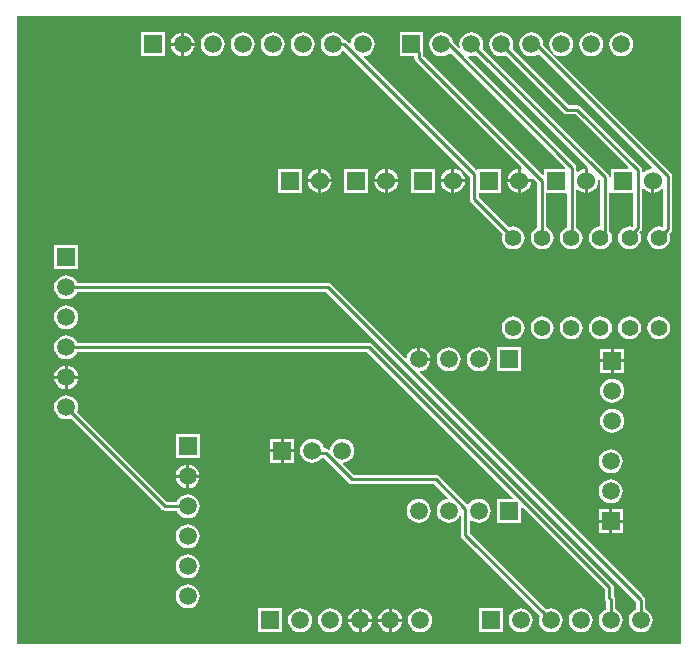
<source format=gbl>
G04*
G04 #@! TF.GenerationSoftware,Altium Limited,Altium Designer,19.1.6 (110)*
G04*
G04 Layer_Physical_Order=2*
G04 Layer_Color=16711680*
%FSLAX23Y23*%
%MOIN*%
G70*
G01*
G75*
%ADD10C,0.010*%
%ADD18C,0.060*%
%ADD19R,0.060X0.060*%
%ADD20R,0.059X0.059*%
%ADD21C,0.059*%
%ADD22R,0.059X0.059*%
%ADD23C,0.055*%
G36*
X3870Y2785D02*
X1655D01*
Y4880D01*
X3870D01*
Y2785D01*
D02*
G37*
%LPC*%
G36*
X2214Y4824D02*
Y4790D01*
X2248D01*
X2247Y4795D01*
X2243Y4805D01*
X2237Y4813D01*
X2229Y4820D01*
X2219Y4824D01*
X2214Y4824D01*
D02*
G37*
G36*
X2204D02*
X2198Y4824D01*
X2189Y4820D01*
X2181Y4813D01*
X2174Y4805D01*
X2170Y4795D01*
X2170Y4790D01*
X2204D01*
Y4824D01*
D02*
G37*
G36*
X2809Y4825D02*
X2798Y4824D01*
X2789Y4820D01*
X2781Y4813D01*
X2774Y4805D01*
X2770Y4795D01*
X2770Y4790D01*
X2764Y4788D01*
X2757Y4796D01*
X2752Y4799D01*
X2746Y4800D01*
X2745D01*
X2743Y4805D01*
X2737Y4813D01*
X2729Y4820D01*
X2719Y4824D01*
X2709Y4825D01*
X2698Y4824D01*
X2689Y4820D01*
X2681Y4813D01*
X2674Y4805D01*
X2670Y4795D01*
X2669Y4785D01*
X2670Y4775D01*
X2674Y4765D01*
X2681Y4757D01*
X2689Y4750D01*
X2698Y4746D01*
X2709Y4745D01*
X2719Y4746D01*
X2729Y4750D01*
X2737Y4757D01*
X2741Y4762D01*
X2747Y4762D01*
X3165Y4344D01*
Y4270D01*
X3166Y4264D01*
X3169Y4259D01*
X3275Y4153D01*
X3273Y4150D01*
X3272Y4140D01*
X3273Y4130D01*
X3277Y4121D01*
X3283Y4113D01*
X3291Y4107D01*
X3300Y4103D01*
X3310Y4102D01*
X3320Y4103D01*
X3329Y4107D01*
X3337Y4113D01*
X3343Y4121D01*
X3347Y4130D01*
X3348Y4140D01*
X3347Y4150D01*
X3343Y4159D01*
X3337Y4167D01*
X3329Y4173D01*
X3320Y4177D01*
X3310Y4178D01*
X3300Y4177D01*
X3297Y4175D01*
X3195Y4276D01*
Y4290D01*
X3271D01*
Y4370D01*
X3191D01*
Y4368D01*
X3186Y4366D01*
X2812Y4741D01*
X2814Y4746D01*
X2819Y4746D01*
X2829Y4750D01*
X2837Y4757D01*
X2843Y4765D01*
X2847Y4775D01*
X2849Y4785D01*
X2847Y4795D01*
X2843Y4805D01*
X2837Y4813D01*
X2829Y4820D01*
X2819Y4824D01*
X2809Y4825D01*
D02*
G37*
G36*
X2248Y4780D02*
X2214D01*
Y4746D01*
X2219Y4746D01*
X2229Y4750D01*
X2237Y4757D01*
X2243Y4765D01*
X2247Y4775D01*
X2248Y4780D01*
D02*
G37*
G36*
X2204D02*
X2170D01*
X2170Y4775D01*
X2174Y4765D01*
X2181Y4757D01*
X2189Y4750D01*
X2198Y4746D01*
X2204Y4746D01*
Y4780D01*
D02*
G37*
G36*
X2148Y4825D02*
X2069D01*
Y4745D01*
X2148D01*
Y4825D01*
D02*
G37*
G36*
X3671Y4825D02*
X3661Y4824D01*
X3651Y4820D01*
X3643Y4813D01*
X3637Y4805D01*
X3633Y4795D01*
X3631Y4785D01*
X3633Y4775D01*
X3637Y4765D01*
X3643Y4757D01*
X3651Y4750D01*
X3661Y4746D01*
X3671Y4745D01*
X3682Y4746D01*
X3691Y4750D01*
X3699Y4757D01*
X3706Y4765D01*
X3710Y4775D01*
X3711Y4785D01*
X3710Y4795D01*
X3706Y4805D01*
X3699Y4813D01*
X3691Y4820D01*
X3682Y4824D01*
X3671Y4825D01*
D02*
G37*
G36*
X3571D02*
X3561Y4824D01*
X3551Y4820D01*
X3543Y4813D01*
X3537Y4805D01*
X3533Y4795D01*
X3531Y4785D01*
X3533Y4775D01*
X3537Y4765D01*
X3543Y4757D01*
X3551Y4750D01*
X3561Y4746D01*
X3571Y4745D01*
X3582Y4746D01*
X3591Y4750D01*
X3599Y4757D01*
X3606Y4765D01*
X3610Y4775D01*
X3611Y4785D01*
X3610Y4795D01*
X3606Y4805D01*
X3599Y4813D01*
X3591Y4820D01*
X3582Y4824D01*
X3571Y4825D01*
D02*
G37*
G36*
X3471D02*
X3461Y4824D01*
X3451Y4820D01*
X3443Y4813D01*
X3437Y4805D01*
X3433Y4795D01*
X3431Y4785D01*
X3433Y4775D01*
X3437Y4765D01*
X3443Y4757D01*
X3451Y4750D01*
X3461Y4746D01*
X3471Y4745D01*
X3482Y4746D01*
X3491Y4750D01*
X3499Y4757D01*
X3506Y4765D01*
X3510Y4775D01*
X3511Y4785D01*
X3510Y4795D01*
X3506Y4805D01*
X3499Y4813D01*
X3491Y4820D01*
X3482Y4824D01*
X3471Y4825D01*
D02*
G37*
G36*
X2609D02*
X2598Y4824D01*
X2589Y4820D01*
X2581Y4813D01*
X2574Y4805D01*
X2570Y4795D01*
X2569Y4785D01*
X2570Y4775D01*
X2574Y4765D01*
X2581Y4757D01*
X2589Y4750D01*
X2598Y4746D01*
X2609Y4745D01*
X2619Y4746D01*
X2629Y4750D01*
X2637Y4757D01*
X2643Y4765D01*
X2647Y4775D01*
X2649Y4785D01*
X2647Y4795D01*
X2643Y4805D01*
X2637Y4813D01*
X2629Y4820D01*
X2619Y4824D01*
X2609Y4825D01*
D02*
G37*
G36*
X2509D02*
X2498Y4824D01*
X2489Y4820D01*
X2481Y4813D01*
X2474Y4805D01*
X2470Y4795D01*
X2469Y4785D01*
X2470Y4775D01*
X2474Y4765D01*
X2481Y4757D01*
X2489Y4750D01*
X2498Y4746D01*
X2509Y4745D01*
X2519Y4746D01*
X2529Y4750D01*
X2537Y4757D01*
X2543Y4765D01*
X2547Y4775D01*
X2549Y4785D01*
X2547Y4795D01*
X2543Y4805D01*
X2537Y4813D01*
X2529Y4820D01*
X2519Y4824D01*
X2509Y4825D01*
D02*
G37*
G36*
X2409D02*
X2398Y4824D01*
X2389Y4820D01*
X2381Y4813D01*
X2374Y4805D01*
X2370Y4795D01*
X2369Y4785D01*
X2370Y4775D01*
X2374Y4765D01*
X2381Y4757D01*
X2389Y4750D01*
X2398Y4746D01*
X2409Y4745D01*
X2419Y4746D01*
X2429Y4750D01*
X2437Y4757D01*
X2443Y4765D01*
X2447Y4775D01*
X2449Y4785D01*
X2447Y4795D01*
X2443Y4805D01*
X2437Y4813D01*
X2429Y4820D01*
X2419Y4824D01*
X2409Y4825D01*
D02*
G37*
G36*
X2309D02*
X2298Y4824D01*
X2289Y4820D01*
X2281Y4813D01*
X2274Y4805D01*
X2270Y4795D01*
X2269Y4785D01*
X2270Y4775D01*
X2274Y4765D01*
X2281Y4757D01*
X2289Y4750D01*
X2298Y4746D01*
X2309Y4745D01*
X2319Y4746D01*
X2329Y4750D01*
X2337Y4757D01*
X2343Y4765D01*
X2347Y4775D01*
X2349Y4785D01*
X2347Y4795D01*
X2343Y4805D01*
X2337Y4813D01*
X2329Y4820D01*
X2319Y4824D01*
X2309Y4825D01*
D02*
G37*
G36*
X3371D02*
X3361Y4824D01*
X3351Y4820D01*
X3343Y4813D01*
X3337Y4805D01*
X3333Y4795D01*
X3331Y4785D01*
X3333Y4775D01*
X3337Y4765D01*
X3343Y4757D01*
X3351Y4750D01*
X3361Y4746D01*
X3371Y4745D01*
X3382Y4746D01*
X3391Y4750D01*
X3395Y4753D01*
X3773Y4375D01*
X3771Y4370D01*
X3765Y4369D01*
X3755Y4365D01*
X3746Y4359D01*
X3745Y4357D01*
X3740Y4358D01*
Y4365D01*
X3739Y4371D01*
X3736Y4376D01*
X3535Y4577D01*
X3530Y4580D01*
X3524Y4581D01*
X3497D01*
X3308Y4770D01*
X3310Y4775D01*
X3311Y4785D01*
X3310Y4795D01*
X3306Y4805D01*
X3299Y4813D01*
X3291Y4820D01*
X3282Y4824D01*
X3271Y4825D01*
X3261Y4824D01*
X3251Y4820D01*
X3243Y4813D01*
X3237Y4805D01*
X3233Y4795D01*
X3231Y4785D01*
X3233Y4775D01*
X3237Y4765D01*
X3243Y4757D01*
X3251Y4750D01*
X3261Y4746D01*
X3271Y4745D01*
X3282Y4746D01*
X3286Y4748D01*
X3480Y4555D01*
X3484Y4552D01*
X3490Y4551D01*
X3518D01*
X3694Y4375D01*
X3692Y4370D01*
X3635D01*
Y4343D01*
X3630Y4343D01*
X3629Y4347D01*
X3626Y4352D01*
X3208Y4770D01*
X3210Y4775D01*
X3211Y4785D01*
X3210Y4795D01*
X3206Y4805D01*
X3199Y4813D01*
X3191Y4820D01*
X3182Y4824D01*
X3171Y4825D01*
X3161Y4824D01*
X3151Y4820D01*
X3143Y4813D01*
X3137Y4805D01*
X3133Y4795D01*
X3131Y4785D01*
X3133Y4776D01*
X3128Y4774D01*
X3110Y4791D01*
X3110Y4795D01*
X3106Y4805D01*
X3099Y4813D01*
X3091Y4820D01*
X3082Y4824D01*
X3071Y4825D01*
X3061Y4824D01*
X3051Y4820D01*
X3043Y4813D01*
X3037Y4805D01*
X3033Y4795D01*
X3031Y4785D01*
X3033Y4775D01*
X3037Y4765D01*
X3043Y4757D01*
X3051Y4750D01*
X3061Y4746D01*
X3071Y4745D01*
X3082Y4746D01*
X3091Y4750D01*
X3099Y4757D01*
X3101Y4757D01*
X3484Y4375D01*
X3482Y4370D01*
X3413D01*
Y4351D01*
X3408Y4349D01*
X3011Y4746D01*
Y4760D01*
X3011Y4762D01*
Y4825D01*
X2932D01*
Y4745D01*
X2980D01*
Y4740D01*
X2982Y4734D01*
X2985Y4729D01*
X3340Y4374D01*
X3337Y4369D01*
X3336Y4370D01*
Y4335D01*
X3371D01*
X3370Y4336D01*
X3375Y4339D01*
X3391Y4323D01*
Y4174D01*
X3388Y4173D01*
X3380Y4167D01*
X3374Y4159D01*
X3370Y4150D01*
X3369Y4140D01*
X3370Y4130D01*
X3374Y4121D01*
X3380Y4113D01*
X3388Y4107D01*
X3397Y4103D01*
X3407Y4102D01*
X3417Y4103D01*
X3426Y4107D01*
X3434Y4113D01*
X3440Y4121D01*
X3444Y4130D01*
X3445Y4140D01*
X3444Y4150D01*
X3440Y4159D01*
X3434Y4167D01*
X3426Y4173D01*
X3421Y4175D01*
Y4290D01*
X3487D01*
X3490Y4285D01*
X3490Y4283D01*
Y4175D01*
X3485Y4173D01*
X3477Y4167D01*
X3471Y4159D01*
X3467Y4150D01*
X3466Y4140D01*
X3467Y4130D01*
X3471Y4121D01*
X3477Y4113D01*
X3485Y4107D01*
X3494Y4103D01*
X3504Y4102D01*
X3514Y4103D01*
X3523Y4107D01*
X3531Y4113D01*
X3537Y4121D01*
X3541Y4130D01*
X3542Y4140D01*
X3541Y4150D01*
X3537Y4159D01*
X3531Y4167D01*
X3523Y4173D01*
X3520Y4174D01*
Y4279D01*
X3521Y4284D01*
Y4298D01*
X3526Y4300D01*
X3533Y4295D01*
X3543Y4291D01*
X3548Y4290D01*
Y4330D01*
Y4370D01*
X3543Y4369D01*
X3533Y4365D01*
X3526Y4360D01*
X3521Y4362D01*
Y4374D01*
X3520Y4380D01*
X3517Y4385D01*
X3160Y4742D01*
X3162Y4746D01*
X3171Y4745D01*
X3182Y4746D01*
X3186Y4748D01*
X3560Y4374D01*
X3558Y4370D01*
Y4330D01*
Y4290D01*
X3563Y4291D01*
X3573Y4295D01*
X3582Y4301D01*
X3588Y4310D01*
X3592Y4320D01*
X3593Y4330D01*
X3593Y4331D01*
X3598Y4334D01*
X3600Y4333D01*
Y4178D01*
X3591Y4177D01*
X3582Y4173D01*
X3574Y4167D01*
X3568Y4159D01*
X3564Y4150D01*
X3563Y4140D01*
X3564Y4130D01*
X3568Y4121D01*
X3574Y4113D01*
X3582Y4107D01*
X3591Y4103D01*
X3601Y4102D01*
X3611Y4103D01*
X3620Y4107D01*
X3628Y4113D01*
X3634Y4121D01*
X3638Y4130D01*
X3639Y4140D01*
X3638Y4150D01*
X3634Y4159D01*
X3630Y4164D01*
Y4289D01*
X3635Y4290D01*
X3635Y4290D01*
X3710D01*
Y4180D01*
X3706Y4177D01*
X3698Y4178D01*
X3688Y4177D01*
X3679Y4173D01*
X3671Y4167D01*
X3665Y4159D01*
X3661Y4150D01*
X3660Y4140D01*
X3661Y4130D01*
X3665Y4121D01*
X3671Y4113D01*
X3679Y4107D01*
X3688Y4103D01*
X3698Y4102D01*
X3708Y4103D01*
X3717Y4107D01*
X3725Y4113D01*
X3731Y4121D01*
X3735Y4130D01*
X3736Y4140D01*
X3735Y4150D01*
X3731Y4158D01*
X3736Y4162D01*
X3739Y4167D01*
X3740Y4173D01*
Y4302D01*
X3745Y4303D01*
X3746Y4301D01*
X3755Y4295D01*
X3765Y4291D01*
X3770Y4290D01*
Y4330D01*
X3780D01*
Y4290D01*
X3785Y4291D01*
X3795Y4295D01*
X3804Y4301D01*
X3805Y4303D01*
X3810Y4302D01*
Y4180D01*
X3805Y4177D01*
X3795Y4178D01*
X3785Y4177D01*
X3776Y4173D01*
X3768Y4167D01*
X3762Y4159D01*
X3758Y4150D01*
X3757Y4140D01*
X3758Y4130D01*
X3762Y4121D01*
X3768Y4113D01*
X3776Y4107D01*
X3785Y4103D01*
X3795Y4102D01*
X3805Y4103D01*
X3814Y4107D01*
X3822Y4113D01*
X3828Y4121D01*
X3832Y4130D01*
X3833Y4140D01*
X3832Y4150D01*
X3830Y4154D01*
X3836Y4159D01*
X3839Y4164D01*
X3840Y4170D01*
Y4345D01*
X3839Y4351D01*
X3836Y4356D01*
X3411Y4781D01*
X3411Y4785D01*
X3410Y4795D01*
X3406Y4805D01*
X3399Y4813D01*
X3391Y4820D01*
X3382Y4824D01*
X3371Y4825D01*
D02*
G37*
G36*
X3326Y4370D02*
X3321Y4369D01*
X3311Y4365D01*
X3302Y4359D01*
X3296Y4350D01*
X3292Y4340D01*
X3291Y4335D01*
X3326D01*
Y4370D01*
D02*
G37*
G36*
X3114D02*
Y4335D01*
X3149D01*
X3148Y4340D01*
X3144Y4350D01*
X3138Y4359D01*
X3129Y4365D01*
X3119Y4369D01*
X3114Y4370D01*
D02*
G37*
G36*
X3104D02*
X3099Y4369D01*
X3089Y4365D01*
X3080Y4359D01*
X3074Y4350D01*
X3070Y4340D01*
X3069Y4335D01*
X3104D01*
Y4370D01*
D02*
G37*
G36*
X2892D02*
Y4335D01*
X2927D01*
X2926Y4340D01*
X2922Y4350D01*
X2916Y4359D01*
X2907Y4365D01*
X2897Y4369D01*
X2892Y4370D01*
D02*
G37*
G36*
X2882D02*
X2877Y4369D01*
X2867Y4365D01*
X2858Y4359D01*
X2852Y4350D01*
X2848Y4340D01*
X2847Y4335D01*
X2882D01*
Y4370D01*
D02*
G37*
G36*
X2670D02*
Y4335D01*
X2705D01*
X2704Y4340D01*
X2700Y4350D01*
X2694Y4359D01*
X2685Y4365D01*
X2675Y4369D01*
X2670Y4370D01*
D02*
G37*
G36*
X2660D02*
X2655Y4369D01*
X2645Y4365D01*
X2636Y4359D01*
X2630Y4350D01*
X2626Y4340D01*
X2625Y4335D01*
X2660D01*
Y4370D01*
D02*
G37*
G36*
X3371Y4325D02*
X3336D01*
Y4290D01*
X3341Y4291D01*
X3351Y4295D01*
X3360Y4301D01*
X3366Y4310D01*
X3370Y4320D01*
X3371Y4325D01*
D02*
G37*
G36*
X3326D02*
X3291D01*
X3292Y4320D01*
X3296Y4310D01*
X3302Y4301D01*
X3311Y4295D01*
X3321Y4291D01*
X3326Y4290D01*
Y4325D01*
D02*
G37*
G36*
X3149D02*
X3114D01*
Y4290D01*
X3119Y4291D01*
X3129Y4295D01*
X3138Y4301D01*
X3144Y4310D01*
X3148Y4320D01*
X3149Y4325D01*
D02*
G37*
G36*
X3104D02*
X3069D01*
X3070Y4320D01*
X3074Y4310D01*
X3080Y4301D01*
X3089Y4295D01*
X3099Y4291D01*
X3104Y4290D01*
Y4325D01*
D02*
G37*
G36*
X2927D02*
X2892D01*
Y4290D01*
X2897Y4291D01*
X2907Y4295D01*
X2916Y4301D01*
X2922Y4310D01*
X2926Y4320D01*
X2927Y4325D01*
D02*
G37*
G36*
X2882D02*
X2847D01*
X2848Y4320D01*
X2852Y4310D01*
X2858Y4301D01*
X2867Y4295D01*
X2877Y4291D01*
X2882Y4290D01*
Y4325D01*
D02*
G37*
G36*
X2705D02*
X2670D01*
Y4290D01*
X2675Y4291D01*
X2685Y4295D01*
X2694Y4301D01*
X2700Y4310D01*
X2704Y4320D01*
X2705Y4325D01*
D02*
G37*
G36*
X2660D02*
X2625D01*
X2626Y4320D01*
X2630Y4310D01*
X2636Y4301D01*
X2645Y4295D01*
X2655Y4291D01*
X2660Y4290D01*
Y4325D01*
D02*
G37*
G36*
X3049Y4370D02*
X2969D01*
Y4290D01*
X3049D01*
Y4370D01*
D02*
G37*
G36*
X2827D02*
X2747D01*
Y4290D01*
X2827D01*
Y4370D01*
D02*
G37*
G36*
X2605D02*
X2525D01*
Y4290D01*
X2605D01*
Y4370D01*
D02*
G37*
G36*
X1860Y4115D02*
X1780D01*
Y4035D01*
X1860D01*
Y4115D01*
D02*
G37*
G36*
X1820Y3915D02*
X1810Y3914D01*
X1800Y3910D01*
X1792Y3903D01*
X1785Y3895D01*
X1781Y3885D01*
X1780Y3875D01*
X1781Y3865D01*
X1785Y3855D01*
X1792Y3847D01*
X1800Y3840D01*
X1810Y3836D01*
X1820Y3835D01*
X1830Y3836D01*
X1840Y3840D01*
X1848Y3847D01*
X1855Y3855D01*
X1859Y3865D01*
X1860Y3875D01*
X1859Y3885D01*
X1855Y3895D01*
X1848Y3903D01*
X1840Y3910D01*
X1830Y3914D01*
X1820Y3915D01*
D02*
G37*
G36*
X3795Y3878D02*
X3785Y3877D01*
X3776Y3873D01*
X3768Y3867D01*
X3762Y3859D01*
X3758Y3850D01*
X3757Y3840D01*
X3758Y3830D01*
X3762Y3821D01*
X3768Y3813D01*
X3776Y3807D01*
X3785Y3803D01*
X3795Y3802D01*
X3805Y3803D01*
X3814Y3807D01*
X3822Y3813D01*
X3828Y3821D01*
X3832Y3830D01*
X3833Y3840D01*
X3832Y3850D01*
X3828Y3859D01*
X3822Y3867D01*
X3814Y3873D01*
X3805Y3877D01*
X3795Y3878D01*
D02*
G37*
G36*
X3698D02*
X3688Y3877D01*
X3679Y3873D01*
X3671Y3867D01*
X3665Y3859D01*
X3661Y3850D01*
X3660Y3840D01*
X3661Y3830D01*
X3665Y3821D01*
X3671Y3813D01*
X3679Y3807D01*
X3688Y3803D01*
X3698Y3802D01*
X3708Y3803D01*
X3717Y3807D01*
X3725Y3813D01*
X3731Y3821D01*
X3735Y3830D01*
X3736Y3840D01*
X3735Y3850D01*
X3731Y3859D01*
X3725Y3867D01*
X3717Y3873D01*
X3708Y3877D01*
X3698Y3878D01*
D02*
G37*
G36*
X3601D02*
X3591Y3877D01*
X3582Y3873D01*
X3574Y3867D01*
X3568Y3859D01*
X3564Y3850D01*
X3563Y3840D01*
X3564Y3830D01*
X3568Y3821D01*
X3574Y3813D01*
X3582Y3807D01*
X3591Y3803D01*
X3601Y3802D01*
X3611Y3803D01*
X3620Y3807D01*
X3628Y3813D01*
X3634Y3821D01*
X3638Y3830D01*
X3639Y3840D01*
X3638Y3850D01*
X3634Y3859D01*
X3628Y3867D01*
X3620Y3873D01*
X3611Y3877D01*
X3601Y3878D01*
D02*
G37*
G36*
X3504D02*
X3494Y3877D01*
X3485Y3873D01*
X3477Y3867D01*
X3471Y3859D01*
X3467Y3850D01*
X3466Y3840D01*
X3467Y3830D01*
X3471Y3821D01*
X3477Y3813D01*
X3485Y3807D01*
X3494Y3803D01*
X3504Y3802D01*
X3514Y3803D01*
X3523Y3807D01*
X3531Y3813D01*
X3537Y3821D01*
X3541Y3830D01*
X3542Y3840D01*
X3541Y3850D01*
X3537Y3859D01*
X3531Y3867D01*
X3523Y3873D01*
X3514Y3877D01*
X3504Y3878D01*
D02*
G37*
G36*
X3407D02*
X3397Y3877D01*
X3388Y3873D01*
X3380Y3867D01*
X3374Y3859D01*
X3370Y3850D01*
X3369Y3840D01*
X3370Y3830D01*
X3374Y3821D01*
X3380Y3813D01*
X3388Y3807D01*
X3397Y3803D01*
X3407Y3802D01*
X3417Y3803D01*
X3426Y3807D01*
X3434Y3813D01*
X3440Y3821D01*
X3444Y3830D01*
X3445Y3840D01*
X3444Y3850D01*
X3440Y3859D01*
X3434Y3867D01*
X3426Y3873D01*
X3417Y3877D01*
X3407Y3878D01*
D02*
G37*
G36*
X3310D02*
X3300Y3877D01*
X3291Y3873D01*
X3283Y3867D01*
X3277Y3859D01*
X3273Y3850D01*
X3272Y3840D01*
X3273Y3830D01*
X3277Y3821D01*
X3283Y3813D01*
X3291Y3807D01*
X3300Y3803D01*
X3310Y3802D01*
X3320Y3803D01*
X3329Y3807D01*
X3337Y3813D01*
X3343Y3821D01*
X3347Y3830D01*
X3348Y3840D01*
X3347Y3850D01*
X3343Y3859D01*
X3337Y3867D01*
X3329Y3873D01*
X3320Y3877D01*
X3310Y3878D01*
D02*
G37*
G36*
X3000Y3774D02*
Y3740D01*
X3034D01*
X3034Y3745D01*
X3030Y3755D01*
X3023Y3763D01*
X3015Y3770D01*
X3005Y3774D01*
X3000Y3774D01*
D02*
G37*
G36*
X3680Y3770D02*
X3645D01*
Y3735D01*
X3680D01*
Y3770D01*
D02*
G37*
G36*
X3635D02*
X3600D01*
Y3735D01*
X3635D01*
Y3770D01*
D02*
G37*
G36*
X3335Y3775D02*
X3255D01*
Y3695D01*
X3335D01*
Y3775D01*
D02*
G37*
G36*
X3195Y3775D02*
X3185Y3774D01*
X3175Y3770D01*
X3167Y3763D01*
X3160Y3755D01*
X3156Y3745D01*
X3155Y3735D01*
X3156Y3725D01*
X3160Y3715D01*
X3167Y3707D01*
X3175Y3700D01*
X3185Y3696D01*
X3195Y3695D01*
X3205Y3696D01*
X3215Y3700D01*
X3223Y3707D01*
X3230Y3715D01*
X3234Y3725D01*
X3235Y3735D01*
X3234Y3745D01*
X3230Y3755D01*
X3223Y3763D01*
X3215Y3770D01*
X3205Y3774D01*
X3195Y3775D01*
D02*
G37*
G36*
X3095D02*
X3085Y3774D01*
X3075Y3770D01*
X3067Y3763D01*
X3060Y3755D01*
X3056Y3745D01*
X3055Y3735D01*
X3056Y3725D01*
X3060Y3715D01*
X3067Y3707D01*
X3075Y3700D01*
X3085Y3696D01*
X3095Y3695D01*
X3105Y3696D01*
X3115Y3700D01*
X3123Y3707D01*
X3130Y3715D01*
X3134Y3725D01*
X3135Y3735D01*
X3134Y3745D01*
X3130Y3755D01*
X3123Y3763D01*
X3115Y3770D01*
X3105Y3774D01*
X3095Y3775D01*
D02*
G37*
G36*
X3680Y3725D02*
X3645D01*
Y3690D01*
X3680D01*
Y3725D01*
D02*
G37*
G36*
X3635D02*
X3600D01*
Y3690D01*
X3635D01*
Y3725D01*
D02*
G37*
G36*
X1825Y3714D02*
Y3680D01*
X1859D01*
X1859Y3685D01*
X1855Y3695D01*
X1848Y3703D01*
X1840Y3710D01*
X1830Y3714D01*
X1825Y3714D01*
D02*
G37*
G36*
X1815D02*
X1810Y3714D01*
X1800Y3710D01*
X1792Y3703D01*
X1785Y3695D01*
X1781Y3685D01*
X1781Y3680D01*
X1815D01*
Y3714D01*
D02*
G37*
G36*
X1859Y3670D02*
X1825D01*
Y3636D01*
X1830Y3636D01*
X1840Y3640D01*
X1848Y3647D01*
X1855Y3655D01*
X1859Y3665D01*
X1859Y3670D01*
D02*
G37*
G36*
X1815D02*
X1781D01*
X1781Y3665D01*
X1785Y3655D01*
X1792Y3647D01*
X1800Y3640D01*
X1810Y3636D01*
X1815Y3636D01*
Y3670D01*
D02*
G37*
G36*
X3640Y3670D02*
X3630Y3669D01*
X3620Y3665D01*
X3612Y3658D01*
X3605Y3650D01*
X3601Y3640D01*
X3600Y3630D01*
X3601Y3620D01*
X3605Y3610D01*
X3612Y3602D01*
X3620Y3595D01*
X3630Y3591D01*
X3640Y3590D01*
X3650Y3591D01*
X3660Y3595D01*
X3668Y3602D01*
X3675Y3610D01*
X3679Y3620D01*
X3680Y3630D01*
X3679Y3640D01*
X3675Y3650D01*
X3668Y3658D01*
X3660Y3665D01*
X3650Y3669D01*
X3640Y3670D01*
D02*
G37*
G36*
Y3570D02*
X3630Y3569D01*
X3620Y3565D01*
X3612Y3558D01*
X3605Y3550D01*
X3601Y3540D01*
X3600Y3530D01*
X3601Y3520D01*
X3605Y3510D01*
X3612Y3502D01*
X3620Y3495D01*
X3630Y3491D01*
X3640Y3490D01*
X3650Y3491D01*
X3660Y3495D01*
X3668Y3502D01*
X3675Y3510D01*
X3679Y3520D01*
X3680Y3530D01*
X3679Y3540D01*
X3675Y3550D01*
X3668Y3558D01*
X3660Y3565D01*
X3650Y3569D01*
X3640Y3570D01*
D02*
G37*
G36*
X2580Y3470D02*
X2545D01*
Y3435D01*
X2580D01*
Y3470D01*
D02*
G37*
G36*
X2535D02*
X2500D01*
Y3435D01*
X2535D01*
Y3470D01*
D02*
G37*
G36*
X2740Y3470D02*
X2730Y3469D01*
X2720Y3465D01*
X2712Y3458D01*
X2705Y3450D01*
X2701Y3440D01*
X2701Y3435D01*
X2696Y3433D01*
X2695Y3433D01*
X2690Y3437D01*
X2685Y3438D01*
X2679D01*
X2679Y3440D01*
X2675Y3450D01*
X2668Y3458D01*
X2660Y3465D01*
X2650Y3469D01*
X2640Y3470D01*
X2630Y3469D01*
X2620Y3465D01*
X2612Y3458D01*
X2605Y3450D01*
X2601Y3440D01*
X2600Y3430D01*
X2601Y3420D01*
X2605Y3410D01*
X2612Y3402D01*
X2620Y3395D01*
X2630Y3391D01*
X2640Y3390D01*
X2650Y3391D01*
X2660Y3395D01*
X2668Y3402D01*
X2672Y3407D01*
X2678D01*
X2762Y3324D01*
X2767Y3320D01*
X2773Y3319D01*
X3047D01*
X3092Y3274D01*
X3090Y3269D01*
X3085Y3269D01*
X3075Y3265D01*
X3067Y3258D01*
X3060Y3250D01*
X3056Y3240D01*
X3055Y3230D01*
X3056Y3220D01*
X3060Y3210D01*
X3067Y3202D01*
X3075Y3195D01*
X3085Y3191D01*
X3095Y3190D01*
X3105Y3191D01*
X3115Y3195D01*
X3123Y3202D01*
X3130Y3210D01*
X3130Y3212D01*
X3135Y3211D01*
Y3150D01*
X3136Y3144D01*
X3140Y3139D01*
X3398Y2880D01*
X3396Y2875D01*
X3395Y2865D01*
X3396Y2855D01*
X3400Y2845D01*
X3407Y2837D01*
X3415Y2830D01*
X3425Y2826D01*
X3435Y2825D01*
X3445Y2826D01*
X3455Y2830D01*
X3463Y2837D01*
X3470Y2845D01*
X3474Y2855D01*
X3475Y2865D01*
X3474Y2875D01*
X3470Y2885D01*
X3463Y2893D01*
X3455Y2900D01*
X3445Y2904D01*
X3435Y2905D01*
X3425Y2904D01*
X3420Y2902D01*
X3166Y3156D01*
Y3196D01*
X3171Y3199D01*
X3175Y3195D01*
X3185Y3191D01*
X3195Y3190D01*
X3205Y3191D01*
X3215Y3195D01*
X3223Y3202D01*
X3230Y3210D01*
X3234Y3220D01*
X3235Y3230D01*
X3234Y3240D01*
X3230Y3250D01*
X3223Y3258D01*
X3215Y3265D01*
X3205Y3269D01*
X3195Y3270D01*
X3185Y3269D01*
X3175Y3265D01*
X3167Y3258D01*
X3163Y3253D01*
X3157Y3253D01*
X3064Y3345D01*
X3059Y3349D01*
X3053Y3350D01*
X2779D01*
X2743Y3386D01*
X2745Y3391D01*
X2750Y3391D01*
X2760Y3395D01*
X2768Y3402D01*
X2775Y3410D01*
X2779Y3420D01*
X2780Y3430D01*
X2779Y3440D01*
X2775Y3450D01*
X2768Y3458D01*
X2760Y3465D01*
X2750Y3469D01*
X2740Y3470D01*
D02*
G37*
G36*
X2265Y3485D02*
X2185D01*
Y3405D01*
X2265D01*
Y3485D01*
D02*
G37*
G36*
X2580Y3425D02*
X2545D01*
Y3390D01*
X2580D01*
Y3425D01*
D02*
G37*
G36*
X2535D02*
X2500D01*
Y3390D01*
X2535D01*
Y3425D01*
D02*
G37*
G36*
X3635Y3435D02*
X3625Y3434D01*
X3615Y3430D01*
X3607Y3423D01*
X3600Y3415D01*
X3596Y3405D01*
X3595Y3395D01*
X3596Y3385D01*
X3600Y3375D01*
X3607Y3367D01*
X3615Y3360D01*
X3625Y3356D01*
X3635Y3355D01*
X3645Y3356D01*
X3655Y3360D01*
X3663Y3367D01*
X3670Y3375D01*
X3674Y3385D01*
X3675Y3395D01*
X3674Y3405D01*
X3670Y3415D01*
X3663Y3423D01*
X3655Y3430D01*
X3645Y3434D01*
X3635Y3435D01*
D02*
G37*
G36*
X2230Y3384D02*
Y3350D01*
X2264D01*
X2264Y3355D01*
X2260Y3365D01*
X2253Y3373D01*
X2245Y3380D01*
X2235Y3384D01*
X2230Y3384D01*
D02*
G37*
G36*
X2220D02*
X2215Y3384D01*
X2205Y3380D01*
X2197Y3373D01*
X2190Y3365D01*
X2186Y3355D01*
X2186Y3350D01*
X2220D01*
Y3384D01*
D02*
G37*
G36*
X2264Y3340D02*
X2230D01*
Y3306D01*
X2235Y3306D01*
X2245Y3310D01*
X2253Y3317D01*
X2260Y3325D01*
X2264Y3335D01*
X2264Y3340D01*
D02*
G37*
G36*
X2220D02*
X2186D01*
X2186Y3335D01*
X2190Y3325D01*
X2197Y3317D01*
X2205Y3310D01*
X2215Y3306D01*
X2220Y3306D01*
Y3340D01*
D02*
G37*
G36*
X3635Y3335D02*
X3625Y3334D01*
X3615Y3330D01*
X3607Y3323D01*
X3600Y3315D01*
X3596Y3305D01*
X3595Y3295D01*
X3596Y3285D01*
X3600Y3275D01*
X3607Y3267D01*
X3615Y3260D01*
X3625Y3256D01*
X3635Y3255D01*
X3645Y3256D01*
X3655Y3260D01*
X3663Y3267D01*
X3670Y3275D01*
X3674Y3285D01*
X3675Y3295D01*
X3674Y3305D01*
X3670Y3315D01*
X3663Y3323D01*
X3655Y3330D01*
X3645Y3334D01*
X3635Y3335D01*
D02*
G37*
G36*
X1820Y3615D02*
X1810Y3614D01*
X1800Y3610D01*
X1792Y3603D01*
X1785Y3595D01*
X1781Y3585D01*
X1780Y3575D01*
X1781Y3565D01*
X1785Y3555D01*
X1792Y3547D01*
X1800Y3540D01*
X1810Y3536D01*
X1820Y3535D01*
X1830Y3536D01*
X1835Y3538D01*
X2139Y3234D01*
X2144Y3231D01*
X2150Y3230D01*
X2189D01*
X2190Y3225D01*
X2197Y3217D01*
X2205Y3210D01*
X2215Y3206D01*
X2225Y3205D01*
X2235Y3206D01*
X2245Y3210D01*
X2253Y3217D01*
X2260Y3225D01*
X2264Y3235D01*
X2265Y3245D01*
X2264Y3255D01*
X2260Y3265D01*
X2253Y3273D01*
X2245Y3280D01*
X2235Y3284D01*
X2225Y3285D01*
X2215Y3284D01*
X2205Y3280D01*
X2197Y3273D01*
X2190Y3265D01*
X2189Y3260D01*
X2156D01*
X1857Y3560D01*
X1859Y3565D01*
X1860Y3575D01*
X1859Y3585D01*
X1855Y3595D01*
X1848Y3603D01*
X1840Y3610D01*
X1830Y3614D01*
X1820Y3615D01*
D02*
G37*
G36*
X3675Y3235D02*
X3640D01*
Y3200D01*
X3675D01*
Y3235D01*
D02*
G37*
G36*
X3630D02*
X3595D01*
Y3200D01*
X3630D01*
Y3235D01*
D02*
G37*
G36*
X2995Y3270D02*
X2985Y3269D01*
X2975Y3265D01*
X2967Y3258D01*
X2960Y3250D01*
X2956Y3240D01*
X2955Y3230D01*
X2956Y3220D01*
X2960Y3210D01*
X2967Y3202D01*
X2975Y3195D01*
X2985Y3191D01*
X2995Y3190D01*
X3005Y3191D01*
X3015Y3195D01*
X3023Y3202D01*
X3030Y3210D01*
X3034Y3220D01*
X3035Y3230D01*
X3034Y3240D01*
X3030Y3250D01*
X3023Y3258D01*
X3015Y3265D01*
X3005Y3269D01*
X2995Y3270D01*
D02*
G37*
G36*
X3675Y3190D02*
X3640D01*
Y3155D01*
X3675D01*
Y3190D01*
D02*
G37*
G36*
X3630D02*
X3595D01*
Y3155D01*
X3630D01*
Y3190D01*
D02*
G37*
G36*
X2225Y3185D02*
X2215Y3184D01*
X2205Y3180D01*
X2197Y3173D01*
X2190Y3165D01*
X2186Y3155D01*
X2185Y3145D01*
X2186Y3135D01*
X2190Y3125D01*
X2197Y3117D01*
X2205Y3110D01*
X2215Y3106D01*
X2225Y3105D01*
X2235Y3106D01*
X2245Y3110D01*
X2253Y3117D01*
X2260Y3125D01*
X2264Y3135D01*
X2265Y3145D01*
X2264Y3155D01*
X2260Y3165D01*
X2253Y3173D01*
X2245Y3180D01*
X2235Y3184D01*
X2225Y3185D01*
D02*
G37*
G36*
Y3085D02*
X2215Y3084D01*
X2205Y3080D01*
X2197Y3073D01*
X2190Y3065D01*
X2186Y3055D01*
X2185Y3045D01*
X2186Y3035D01*
X2190Y3025D01*
X2197Y3017D01*
X2205Y3010D01*
X2215Y3006D01*
X2225Y3005D01*
X2235Y3006D01*
X2245Y3010D01*
X2253Y3017D01*
X2260Y3025D01*
X2264Y3035D01*
X2265Y3045D01*
X2264Y3055D01*
X2260Y3065D01*
X2253Y3073D01*
X2245Y3080D01*
X2235Y3084D01*
X2225Y3085D01*
D02*
G37*
G36*
Y2985D02*
X2215Y2984D01*
X2205Y2980D01*
X2197Y2973D01*
X2190Y2965D01*
X2186Y2955D01*
X2185Y2945D01*
X2186Y2935D01*
X2190Y2925D01*
X2197Y2917D01*
X2205Y2910D01*
X2215Y2906D01*
X2225Y2905D01*
X2235Y2906D01*
X2245Y2910D01*
X2253Y2917D01*
X2260Y2925D01*
X2264Y2935D01*
X2265Y2945D01*
X2264Y2955D01*
X2260Y2965D01*
X2253Y2973D01*
X2245Y2980D01*
X2235Y2984D01*
X2225Y2985D01*
D02*
G37*
G36*
X2905Y2904D02*
Y2870D01*
X2939D01*
X2939Y2875D01*
X2935Y2885D01*
X2928Y2893D01*
X2920Y2900D01*
X2910Y2904D01*
X2905Y2904D01*
D02*
G37*
G36*
X2895D02*
X2890Y2904D01*
X2880Y2900D01*
X2872Y2893D01*
X2865Y2885D01*
X2861Y2875D01*
X2861Y2870D01*
X2895D01*
Y2904D01*
D02*
G37*
G36*
X2805D02*
Y2870D01*
X2839D01*
X2839Y2875D01*
X2835Y2885D01*
X2828Y2893D01*
X2820Y2900D01*
X2810Y2904D01*
X2805Y2904D01*
D02*
G37*
G36*
X2795D02*
X2790Y2904D01*
X2780Y2900D01*
X2772Y2893D01*
X2765Y2885D01*
X2761Y2875D01*
X2761Y2870D01*
X2795D01*
Y2904D01*
D02*
G37*
G36*
X2939Y2860D02*
X2905D01*
Y2826D01*
X2910Y2826D01*
X2920Y2830D01*
X2928Y2837D01*
X2935Y2845D01*
X2939Y2855D01*
X2939Y2860D01*
D02*
G37*
G36*
X2895D02*
X2861D01*
X2861Y2855D01*
X2865Y2845D01*
X2872Y2837D01*
X2880Y2830D01*
X2890Y2826D01*
X2895Y2826D01*
Y2860D01*
D02*
G37*
G36*
X2839D02*
X2805D01*
Y2826D01*
X2810Y2826D01*
X2820Y2830D01*
X2828Y2837D01*
X2835Y2845D01*
X2839Y2855D01*
X2839Y2860D01*
D02*
G37*
G36*
X2795D02*
X2761D01*
X2761Y2855D01*
X2765Y2845D01*
X2772Y2837D01*
X2780Y2830D01*
X2790Y2826D01*
X2795Y2826D01*
Y2860D01*
D02*
G37*
G36*
X3275Y2905D02*
X3195D01*
Y2825D01*
X3275D01*
Y2905D01*
D02*
G37*
G36*
X2540D02*
X2460D01*
Y2825D01*
X2540D01*
Y2905D01*
D02*
G37*
G36*
X1820Y4015D02*
X1810Y4014D01*
X1800Y4010D01*
X1792Y4003D01*
X1785Y3995D01*
X1781Y3985D01*
X1780Y3975D01*
X1781Y3965D01*
X1785Y3955D01*
X1792Y3947D01*
X1800Y3940D01*
X1810Y3936D01*
X1820Y3935D01*
X1830Y3936D01*
X1840Y3940D01*
X1848Y3947D01*
X1855Y3955D01*
X1856Y3960D01*
X2686D01*
X3720Y2926D01*
Y2901D01*
X3715Y2900D01*
X3707Y2893D01*
X3700Y2885D01*
X3696Y2875D01*
X3695Y2865D01*
X3696Y2855D01*
X3700Y2845D01*
X3707Y2837D01*
X3715Y2830D01*
X3725Y2826D01*
X3735Y2825D01*
X3745Y2826D01*
X3755Y2830D01*
X3763Y2837D01*
X3770Y2845D01*
X3774Y2855D01*
X3775Y2865D01*
X3774Y2875D01*
X3770Y2885D01*
X3763Y2893D01*
X3755Y2900D01*
X3750Y2901D01*
Y2932D01*
X3749Y2938D01*
X3746Y2943D01*
X2998Y3691D01*
X3000Y3696D01*
X3005Y3696D01*
X3015Y3700D01*
X3023Y3707D01*
X3030Y3715D01*
X3034Y3725D01*
X3034Y3730D01*
X2995D01*
Y3735D01*
X2990D01*
Y3774D01*
X2985Y3774D01*
X2975Y3770D01*
X2967Y3763D01*
X2960Y3755D01*
X2956Y3745D01*
X2956Y3740D01*
X2951Y3738D01*
X2703Y3986D01*
X2698Y3989D01*
X2692Y3990D01*
X1856D01*
X1855Y3995D01*
X1848Y4003D01*
X1840Y4010D01*
X1830Y4014D01*
X1820Y4015D01*
D02*
G37*
G36*
Y3815D02*
X1810Y3814D01*
X1800Y3810D01*
X1792Y3803D01*
X1785Y3795D01*
X1781Y3785D01*
X1780Y3775D01*
X1781Y3765D01*
X1785Y3755D01*
X1792Y3747D01*
X1800Y3740D01*
X1810Y3736D01*
X1820Y3735D01*
X1830Y3736D01*
X1840Y3740D01*
X1848Y3747D01*
X1855Y3755D01*
X1856Y3760D01*
X2824D01*
X3309Y3274D01*
X3308Y3270D01*
X3255D01*
Y3190D01*
X3335D01*
Y3243D01*
X3339Y3244D01*
X3615Y2969D01*
Y2940D01*
X3616Y2934D01*
X3619Y2929D01*
X3620Y2929D01*
Y2901D01*
X3615Y2900D01*
X3607Y2893D01*
X3600Y2885D01*
X3596Y2875D01*
X3595Y2865D01*
X3596Y2855D01*
X3600Y2845D01*
X3607Y2837D01*
X3615Y2830D01*
X3625Y2826D01*
X3635Y2825D01*
X3645Y2826D01*
X3655Y2830D01*
X3663Y2837D01*
X3670Y2845D01*
X3674Y2855D01*
X3675Y2865D01*
X3674Y2875D01*
X3670Y2885D01*
X3663Y2893D01*
X3655Y2900D01*
X3650Y2901D01*
Y2935D01*
X3649Y2941D01*
X3646Y2946D01*
X3645Y2946D01*
Y2975D01*
X3644Y2981D01*
X3641Y2986D01*
X2841Y3786D01*
X2836Y3789D01*
X2830Y3790D01*
X1856D01*
X1855Y3795D01*
X1848Y3803D01*
X1840Y3810D01*
X1830Y3814D01*
X1820Y3815D01*
D02*
G37*
G36*
X3535Y2905D02*
X3525Y2904D01*
X3515Y2900D01*
X3507Y2893D01*
X3500Y2885D01*
X3496Y2875D01*
X3495Y2865D01*
X3496Y2855D01*
X3500Y2845D01*
X3507Y2837D01*
X3515Y2830D01*
X3525Y2826D01*
X3535Y2825D01*
X3545Y2826D01*
X3555Y2830D01*
X3563Y2837D01*
X3570Y2845D01*
X3574Y2855D01*
X3575Y2865D01*
X3574Y2875D01*
X3570Y2885D01*
X3563Y2893D01*
X3555Y2900D01*
X3545Y2904D01*
X3535Y2905D01*
D02*
G37*
G36*
X3335D02*
X3325Y2904D01*
X3315Y2900D01*
X3307Y2893D01*
X3300Y2885D01*
X3296Y2875D01*
X3295Y2865D01*
X3296Y2855D01*
X3300Y2845D01*
X3307Y2837D01*
X3315Y2830D01*
X3325Y2826D01*
X3335Y2825D01*
X3345Y2826D01*
X3355Y2830D01*
X3363Y2837D01*
X3370Y2845D01*
X3374Y2855D01*
X3375Y2865D01*
X3374Y2875D01*
X3370Y2885D01*
X3363Y2893D01*
X3355Y2900D01*
X3345Y2904D01*
X3335Y2905D01*
D02*
G37*
G36*
X3000D02*
X2990Y2904D01*
X2980Y2900D01*
X2972Y2893D01*
X2965Y2885D01*
X2961Y2875D01*
X2960Y2865D01*
X2961Y2855D01*
X2965Y2845D01*
X2972Y2837D01*
X2980Y2830D01*
X2990Y2826D01*
X3000Y2825D01*
X3010Y2826D01*
X3020Y2830D01*
X3028Y2837D01*
X3035Y2845D01*
X3039Y2855D01*
X3040Y2865D01*
X3039Y2875D01*
X3035Y2885D01*
X3028Y2893D01*
X3020Y2900D01*
X3010Y2904D01*
X3000Y2905D01*
D02*
G37*
G36*
X2700D02*
X2690Y2904D01*
X2680Y2900D01*
X2672Y2893D01*
X2665Y2885D01*
X2661Y2875D01*
X2660Y2865D01*
X2661Y2855D01*
X2665Y2845D01*
X2672Y2837D01*
X2680Y2830D01*
X2690Y2826D01*
X2700Y2825D01*
X2710Y2826D01*
X2720Y2830D01*
X2728Y2837D01*
X2735Y2845D01*
X2739Y2855D01*
X2740Y2865D01*
X2739Y2875D01*
X2735Y2885D01*
X2728Y2893D01*
X2720Y2900D01*
X2710Y2904D01*
X2700Y2905D01*
D02*
G37*
G36*
X2600D02*
X2590Y2904D01*
X2580Y2900D01*
X2572Y2893D01*
X2565Y2885D01*
X2561Y2875D01*
X2560Y2865D01*
X2561Y2855D01*
X2565Y2845D01*
X2572Y2837D01*
X2580Y2830D01*
X2590Y2826D01*
X2600Y2825D01*
X2610Y2826D01*
X2620Y2830D01*
X2628Y2837D01*
X2635Y2845D01*
X2639Y2855D01*
X2640Y2865D01*
X2639Y2875D01*
X2635Y2885D01*
X2628Y2893D01*
X2620Y2900D01*
X2610Y2904D01*
X2600Y2905D01*
D02*
G37*
%LPD*%
D10*
X3150Y3150D02*
X3435Y2865D01*
X3150Y3150D02*
Y3237D01*
X3053Y3335D02*
X3150Y3237D01*
X2773Y3335D02*
X3053D01*
X2685Y3423D02*
X2773Y3335D01*
X2647Y3423D02*
X2685D01*
X2640Y3430D02*
X2647Y3423D01*
X3825Y4170D02*
Y4345D01*
X3385Y4785D02*
X3825Y4345D01*
X3371Y4785D02*
X3385D01*
X3725Y4173D02*
Y4365D01*
X3524Y4566D02*
X3725Y4365D01*
X3490Y4566D02*
X3524D01*
X2225Y3243D02*
Y3245D01*
X2600Y2865D02*
Y2868D01*
X2150Y3245D02*
X2225D01*
X1820Y3575D02*
X2150Y3245D01*
X2692Y3975D02*
X3735Y2932D01*
Y2865D02*
Y2932D01*
X1820Y3975D02*
X2692D01*
X3635Y2865D02*
Y2935D01*
X3630Y2940D02*
X3635Y2935D01*
X3630Y2940D02*
Y2975D01*
X2830Y3775D02*
X3630Y2975D01*
X1820Y3775D02*
X2830D01*
X3171Y4785D02*
X3615Y4341D01*
Y4154D02*
Y4341D01*
X3601Y4140D02*
X3615Y4154D01*
X3506Y4284D02*
Y4374D01*
X3095Y4785D02*
X3506Y4374D01*
X3505Y4141D02*
Y4283D01*
X3506Y4284D01*
X3071Y4785D02*
X3095D01*
X2746D02*
X3180Y4351D01*
Y4270D02*
Y4351D01*
X2709Y4785D02*
X2746D01*
X2996Y4740D02*
Y4760D01*
X2971Y4785D02*
X2996Y4760D01*
X3180Y4270D02*
X3310Y4140D01*
X2996Y4740D02*
X3406Y4330D01*
Y4141D02*
Y4330D01*
Y4141D02*
X3407Y4140D01*
X3504D02*
X3505Y4141D01*
X3698Y4140D02*
Y4146D01*
X3725Y4173D01*
X3271Y4785D02*
X3490Y4566D01*
X3795Y4140D02*
Y4140D01*
X3825Y4170D01*
D18*
X3775Y4330D02*
D03*
X3553D02*
D03*
X3331D02*
D03*
X3109D02*
D03*
X2887D02*
D03*
X2665D02*
D03*
D19*
X3675D02*
D03*
X3453D02*
D03*
X3231D02*
D03*
X3009D02*
D03*
X2787D02*
D03*
X2565D02*
D03*
D20*
X3295Y3735D02*
D03*
X2540Y3430D02*
D03*
X3235Y2865D02*
D03*
X2500D02*
D03*
X2971Y4785D02*
D03*
X2109D02*
D03*
X3295Y3230D02*
D03*
D21*
X3195Y3735D02*
D03*
X3095D02*
D03*
X2995D02*
D03*
X2740Y3430D02*
D03*
X2640D02*
D03*
X3735Y2865D02*
D03*
X3635D02*
D03*
X3535D02*
D03*
X3435D02*
D03*
X3335D02*
D03*
X3000D02*
D03*
X2900D02*
D03*
X2800D02*
D03*
X2700D02*
D03*
X2600D02*
D03*
X2225Y2945D02*
D03*
Y3045D02*
D03*
Y3145D02*
D03*
Y3245D02*
D03*
Y3345D02*
D03*
X1820Y3575D02*
D03*
Y3675D02*
D03*
Y3775D02*
D03*
Y3875D02*
D03*
Y3975D02*
D03*
X3071Y4785D02*
D03*
X3171D02*
D03*
X3271D02*
D03*
X3371D02*
D03*
X3471D02*
D03*
X3571D02*
D03*
X3671D02*
D03*
X2209D02*
D03*
X2309D02*
D03*
X2409D02*
D03*
X2509D02*
D03*
X2609D02*
D03*
X2709D02*
D03*
X2809D02*
D03*
X3635Y3295D02*
D03*
Y3395D02*
D03*
X2995Y3230D02*
D03*
X3095D02*
D03*
X3195D02*
D03*
X3640Y3630D02*
D03*
Y3530D02*
D03*
D22*
X2225Y3445D02*
D03*
X1820Y4075D02*
D03*
X3635Y3195D02*
D03*
X3640Y3730D02*
D03*
D23*
X3795Y4140D02*
D03*
Y3840D02*
D03*
X3698Y4140D02*
D03*
Y3840D02*
D03*
X3601Y4140D02*
D03*
Y3840D02*
D03*
X3504Y4140D02*
D03*
Y3840D02*
D03*
X3407Y4140D02*
D03*
Y3840D02*
D03*
X3310Y4140D02*
D03*
Y3840D02*
D03*
M02*

</source>
